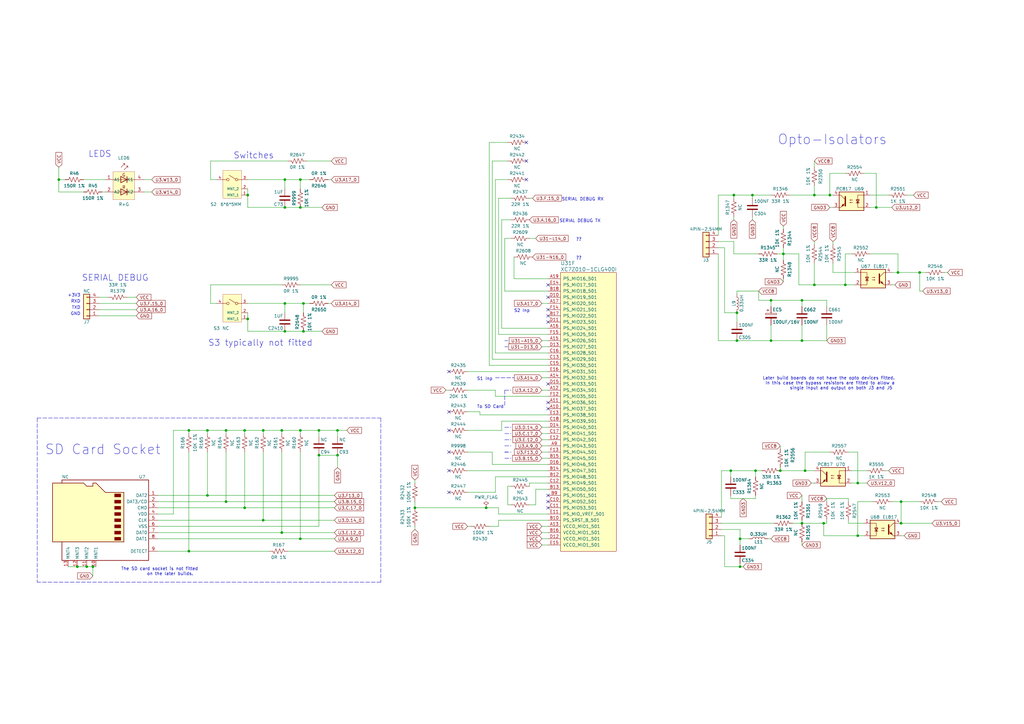
<source format=kicad_sch>
(kicad_sch (version 20230121) (generator eeschema)
  (paper "A3")
  (title_block (title "EBAZ4205 Schematic rebuild.") (date "2021-02-15") (rev "V004") (comment 1 "Some schematic symbols have been eeditted to clear DRC errors") (comment 2 "Extra PWR_FLAGS have been added to clear DRC errors") (comment 3 "Kicad does not allow refs like RxxxA some some devices have been renumbered"))
  (junction (at 24.13 73.66) (diameter 0.9144))
  (junction (at 77.47 226.06) (diameter 0.9144))
  (junction (at 115.57 218.44) (diameter 0.9144))
  (junction (at 85.09 176.53) (diameter 0.9144))
  (junction (at 115.57 176.53) (diameter 0.9144))
  (junction (at 138.43 186.69) (diameter 0.9144))
  (junction (at 116.84 124.46) (diameter 0.9144))
  (junction (at 130.81 186.69) (diameter 0.9144))
  (junction (at 320.04 193.04) (diameter 0.9144))
  (junction (at 369.57 214.63) (diameter 0.9144))
  (junction (at 300.99 80.01) (diameter 0.9144))
  (junction (at 123.19 85.09) (diameter 0.9144))
  (junction (at 107.95 213.36) (diameter 0.9144))
  (junction (at 368.3 111.76) (diameter 0.9144))
  (junction (at 303.53 232.41) (diameter 0.9144))
  (junction (at 170.18 208.28) (diameter 0.9144))
  (junction (at 328.93 123.19) (diameter 0.9144))
  (junction (at 330.2 193.04) (diameter 0.9144))
  (junction (at 328.93 214.63) (diameter 0.9144))
  (junction (at 303.53 220.98) (diameter 0.9144))
  (junction (at 123.19 73.66) (diameter 0.9144))
  (junction (at 130.81 176.53) (diameter 0.9144))
  (junction (at 116.84 73.66) (diameter 0.9144))
  (junction (at 101.6 130.81) (diameter 0.9144))
  (junction (at 328.93 139.7) (diameter 0.9144))
  (junction (at 124.46 135.89) (diameter 0.9144))
  (junction (at 299.72 193.04) (diameter 0.9144))
  (junction (at 77.47 176.53) (diameter 0.9144))
  (junction (at 100.33 176.53) (diameter 0.9144))
  (junction (at 35.56 232.41) (diameter 0.9144))
  (junction (at 316.23 139.7) (diameter 0.9144))
  (junction (at 334.01 116.84) (diameter 0.9144))
  (junction (at 124.46 124.46) (diameter 0.9144))
  (junction (at 334.01 80.01) (diameter 0.9144))
  (junction (at 123.19 220.98) (diameter 0.9144))
  (junction (at 138.43 176.53) (diameter 0.9144))
  (junction (at 302.26 128.27) (diameter 0.9144))
  (junction (at 92.71 176.53) (diameter 0.9144))
  (junction (at 199.39 208.28) (diameter 0.9144))
  (junction (at 351.79 219.71) (diameter 0.9144))
  (junction (at 116.84 135.89) (diameter 0.9144))
  (junction (at 321.31 104.14) (diameter 0.9144))
  (junction (at 107.95 176.53) (diameter 0.9144))
  (junction (at 340.36 80.01) (diameter 0.9144))
  (junction (at 116.84 85.09) (diameter 0.9144))
  (junction (at 101.6 80.01) (diameter 0.9144))
  (junction (at 359.41 85.09) (diameter 0.9144))
  (junction (at 85.09 203.2) (diameter 0.9144))
  (junction (at 302.26 139.7) (diameter 0.9144))
  (junction (at 337.82 214.63) (diameter 0.9144))
  (junction (at 369.57 205.74) (diameter 0.9144))
  (junction (at 316.23 123.19) (diameter 0.9144))
  (junction (at 308.61 80.01) (diameter 0.9144))
  (junction (at 377.19 111.76) (diameter 0.9144))
  (junction (at 100.33 208.28) (diameter 0.9144))
  (junction (at 309.88 193.04) (diameter 0.9144))
  (junction (at 346.71 116.84) (diameter 0.9144))
  (junction (at 92.71 205.74) (diameter 0.9144))
  (junction (at 351.79 198.12) (diameter 0.9144))
  (junction (at 31.75 232.41) (diameter 0.9144))
  (junction (at 123.19 176.53) (diameter 0.9144))
  (junction (at 38.1 232.41) (diameter 0.9144))
  (no_connect (at 224.79 167.64))
  (no_connect (at 215.9 66.04))
  (no_connect (at 224.79 121.92))
  (no_connect (at 224.79 208.28))
  (no_connect (at 215.9 58.42))
  (no_connect (at 224.79 116.84))
  (no_connect (at 224.79 205.74))
  (no_connect (at 215.9 73.66))
  (no_connect (at 184.15 193.04))
  (no_connect (at 224.79 203.2))
  (no_connect (at 224.79 157.48))
  (no_connect (at 224.79 129.54))
  (no_connect (at 184.15 176.53))
  (no_connect (at 184.15 201.93))
  (no_connect (at 184.15 152.4))
  (no_connect (at 184.15 185.42))
  (no_connect (at 224.79 165.1))
  (no_connect (at 224.79 127))
  (no_connect (at 224.79 132.08))
  (no_connect (at 184.15 168.91))
  (wire (pts (xy 116.84 135.89) (xy 124.46 135.89)))
  (wire (pts (xy 64.77 203.2) (xy 85.09 203.2)))
  (wire (pts (xy 64.77 220.98) (xy 123.19 220.98)))
  (wire (pts (xy 354.33 219.71) (xy 351.79 219.71)))
  (wire (pts (xy 303.53 220.98) (xy 303.53 223.52)))
  (wire (pts (xy 204.47 81.28) (xy 204.47 137.16)))
  (wire (pts (xy 118.11 226.06) (xy 137.16 226.06)))
  (wire (pts (xy 100.33 176.53) (xy 92.71 176.53)))
  (wire (pts (xy 316.23 123.19) (xy 316.23 125.73)))
  (wire (pts (xy 115.57 218.44) (xy 137.16 218.44)))
  (wire (pts (xy 92.71 205.74) (xy 137.16 205.74)))
  (wire (pts (xy 40.64 127) (xy 55.88 127)))
  (polyline (pts (xy 207.01 185.42) (xy 209.55 185.42)) (stroke (width 0) (type dash)))
  (wire (pts (xy 222.25 185.42) (xy 224.79 185.42)))
  (wire (pts (xy 92.71 176.53) (xy 85.09 176.53)))
  (wire (pts (xy 318.77 104.14) (xy 321.31 104.14)))
  (wire (pts (xy 339.09 213.36) (xy 339.09 214.63)))
  (wire (pts (xy 203.2 162.56) (xy 224.79 162.56)))
  (wire (pts (xy 24.13 73.66) (xy 24.13 78.74)))
  (wire (pts (xy 191.77 152.4) (xy 224.79 152.4)))
  (wire (pts (xy 118.11 66.04) (xy 86.36 66.04)))
  (wire (pts (xy 321.31 114.3) (xy 321.31 115.57)))
  (wire (pts (xy 328.93 213.36) (xy 328.93 214.63)))
  (wire (pts (xy 86.36 116.84) (xy 86.36 124.46)))
  (wire (pts (xy 203.2 160.02) (xy 203.2 162.56)))
  (wire (pts (xy 123.19 73.66) (xy 123.19 77.47)))
  (polyline (pts (xy 207.01 142.24) (xy 208.28 142.24)) (stroke (width 0) (type dash)))
  (polyline (pts (xy 15.24 171.45) (xy 15.24 238.76)) (stroke (width 0) (type dash)))
  (wire (pts (xy 294.64 139.7) (xy 302.26 139.7)))
  (wire (pts (xy 222.25 182.88) (xy 224.79 182.88)))
  (wire (pts (xy 201.93 147.32) (xy 201.93 66.04)))
  (wire (pts (xy 316.23 133.35) (xy 316.23 139.7)))
  (wire (pts (xy 200.66 149.86) (xy 224.79 149.86)))
  (wire (pts (xy 295.91 214.63) (xy 317.5 214.63)))
  (wire (pts (xy 35.56 232.41) (xy 38.1 232.41)))
  (wire (pts (xy 142.24 176.53) (xy 138.43 176.53)))
  (wire (pts (xy 341.63 99.06) (xy 341.63 100.33)))
  (wire (pts (xy 115.57 176.53) (xy 107.95 176.53)))
  (wire (pts (xy 294.64 80.01) (xy 294.64 96.52)))
  (wire (pts (xy 107.95 185.42) (xy 107.95 213.36)))
  (wire (pts (xy 369.57 214.63) (xy 382.27 214.63)))
  (wire (pts (xy 196.85 170.18) (xy 224.79 170.18)))
  (wire (pts (xy 302.26 128.27) (xy 302.26 132.08)))
  (wire (pts (xy 101.6 135.89) (xy 116.84 135.89)))
  (wire (pts (xy 294.64 104.14) (xy 294.64 139.7)))
  (wire (pts (xy 351.79 185.42) (xy 351.79 198.12)))
  (wire (pts (xy 209.55 97.79) (xy 207.01 97.79)))
  (wire (pts (xy 134.62 73.66) (xy 135.89 73.66)))
  (wire (pts (xy 308.61 80.01) (xy 300.99 80.01)))
  (wire (pts (xy 321.31 101.6) (xy 321.31 104.14)))
  (wire (pts (xy 384.81 205.74) (xy 386.08 205.74)))
  (wire (pts (xy 222.25 142.24) (xy 224.79 142.24)))
  (wire (pts (xy 346.71 104.14) (xy 346.71 116.84)))
  (wire (pts (xy 59.055 73.66) (xy 62.23 73.66)))
  (wire (pts (xy 321.31 104.14) (xy 327.66 104.14)))
  (wire (pts (xy 309.88 204.47) (xy 299.72 204.47)))
  (wire (pts (xy 346.71 71.12) (xy 340.36 71.12)))
  (wire (pts (xy 38.1 232.41) (xy 38.1 236.22)))
  (wire (pts (xy 328.93 123.19) (xy 316.23 123.19)))
  (wire (pts (xy 209.55 81.28) (xy 204.47 81.28)))
  (wire (pts (xy 101.6 77.47) (xy 101.6 80.01)))
  (wire (pts (xy 300.99 104.14) (xy 311.15 104.14)))
  (wire (pts (xy 321.31 92.71) (xy 321.31 93.98)))
  (wire (pts (xy 64.77 226.06) (xy 77.47 226.06)))
  (wire (pts (xy 170.18 205.74) (xy 170.18 208.28)))
  (wire (pts (xy 101.6 85.09) (xy 116.84 85.09)))
  (wire (pts (xy 85.09 185.42) (xy 85.09 203.2)))
  (polyline (pts (xy 207.01 175.26) (xy 209.55 175.26)) (stroke (width 0) (type dash)))
  (wire (pts (xy 311.15 119.38) (xy 302.26 119.38)))
  (wire (pts (xy 299.72 204.47) (xy 299.72 203.2)))
  (wire (pts (xy 311.15 123.19) (xy 311.15 119.38)))
  (wire (pts (xy 203.2 195.58) (xy 203.2 201.93)))
  (wire (pts (xy 369.57 205.74) (xy 377.19 205.74)))
  (wire (pts (xy 59.055 78.74) (xy 62.23 78.74)))
  (wire (pts (xy 64.77 213.36) (xy 107.95 213.36)))
  (wire (pts (xy 201.93 66.04) (xy 208.28 66.04)))
  (wire (pts (xy 199.39 208.28) (xy 170.18 208.28)))
  (wire (pts (xy 40.64 121.92) (xy 44.45 121.92)))
  (wire (pts (xy 100.33 208.28) (xy 137.16 208.28)))
  (wire (pts (xy 86.36 73.66) (xy 88.9 73.66)))
  (wire (pts (xy 124.46 124.46) (xy 124.46 128.27)))
  (wire (pts (xy 309.88 193.04) (xy 309.88 195.58)))
  (wire (pts (xy 328.93 123.19) (xy 328.93 125.73)))
  (wire (pts (xy 347.98 204.47) (xy 347.98 205.74)))
  (wire (pts (xy 372.11 80.01) (xy 374.65 80.01)))
  (wire (pts (xy 320.04 191.77) (xy 320.04 193.04)))
  (wire (pts (xy 92.71 185.42) (xy 92.71 205.74)))
  (wire (pts (xy 35.56 232.41) (xy 31.75 232.41)))
  (wire (pts (xy 339.09 123.19) (xy 328.93 123.19)))
  (wire (pts (xy 115.57 116.84) (xy 86.36 116.84)))
  (wire (pts (xy 204.47 137.16) (xy 224.79 137.16)))
  (wire (pts (xy 86.36 124.46) (xy 88.9 124.46)))
  (wire (pts (xy 222.25 139.7) (xy 224.79 139.7)))
  (polyline (pts (xy 156.21 171.45) (xy 156.21 238.76)) (stroke (width 0) (type dash)))
  (wire (pts (xy 219.71 200.66) (xy 219.71 207.07)))
  (wire (pts (xy 316.23 80.01) (xy 308.61 80.01)))
  (wire (pts (xy 77.47 176.53) (xy 71.12 176.53)))
  (wire (pts (xy 334.01 107.95) (xy 334.01 116.84)))
  (polyline (pts (xy 15.24 171.45) (xy 156.21 171.45)) (stroke (width 0) (type dash)))
  (wire (pts (xy 124.46 135.89) (xy 132.08 135.89)))
  (wire (pts (xy 337.82 219.71) (xy 337.82 214.63)))
  (wire (pts (xy 347.98 185.42) (xy 351.79 185.42)))
  (wire (pts (xy 138.43 186.69) (xy 138.43 191.77)))
  (wire (pts (xy 369.57 219.71) (xy 370.84 219.71)))
  (wire (pts (xy 340.36 80.01) (xy 341.63 80.01)))
  (wire (pts (xy 294.64 101.6) (xy 297.18 101.6)))
  (wire (pts (xy 303.53 232.41) (xy 304.8 232.41)))
  (wire (pts (xy 217.17 81.28) (xy 218.44 81.28)))
  (wire (pts (xy 299.72 193.04) (xy 299.72 195.58)))
  (wire (pts (xy 295.91 217.17) (xy 303.53 217.17)))
  (wire (pts (xy 196.85 168.91) (xy 191.77 168.91)))
  (wire (pts (xy 124.46 124.46) (xy 127 124.46)))
  (wire (pts (xy 205.74 134.62) (xy 224.79 134.62)))
  (wire (pts (xy 77.47 176.53) (xy 77.47 177.8)))
  (wire (pts (xy 207.01 119.38) (xy 224.79 119.38)))
  (wire (pts (xy 209.55 207.07) (xy 208.28 207.07)))
  (polyline (pts (xy 207.01 180.34) (xy 209.55 180.34)) (stroke (width 0) (type dash)))
  (wire (pts (xy 77.47 226.06) (xy 110.49 226.06)))
  (wire (pts (xy 101.6 130.81) (xy 101.6 135.89)))
  (wire (pts (xy 339.09 133.35) (xy 339.09 139.7)))
  (wire (pts (xy 123.19 85.09) (xy 116.84 85.09)))
  (wire (pts (xy 222.25 187.96) (xy 224.79 187.96)))
  (wire (pts (xy 303.53 231.14) (xy 303.53 232.41)))
  (wire (pts (xy 205.74 134.62) (xy 205.74 90.17)))
  (wire (pts (xy 217.17 198.12) (xy 224.79 198.12)))
  (wire (pts (xy 327.66 116.84) (xy 334.01 116.84)))
  (wire (pts (xy 303.53 217.17) (xy 303.53 220.98)))
  (wire (pts (xy 134.62 124.46) (xy 135.89 124.46)))
  (wire (pts (xy 351.79 198.12) (xy 355.6 198.12)))
  (wire (pts (xy 205.74 172.72) (xy 224.79 172.72)))
  (wire (pts (xy 346.71 116.84) (xy 350.52 116.84)))
  (wire (pts (xy 377.19 111.76) (xy 377.19 119.38)))
  (wire (pts (xy 208.28 73.66) (xy 203.2 73.66)))
  (wire (pts (xy 77.47 185.42) (xy 77.47 226.06)))
  (wire (pts (xy 85.09 176.53) (xy 85.09 177.8)))
  (wire (pts (xy 334.01 80.01) (xy 340.36 80.01)))
  (wire (pts (xy 297.18 232.41) (xy 297.18 219.71)))
  (wire (pts (xy 55.88 129.54) (xy 40.64 129.54)))
  (wire (pts (xy 300.99 80.01) (xy 294.64 80.01)))
  (wire (pts (xy 107.95 176.53) (xy 100.33 176.53)))
  (wire (pts (xy 204.47 210.82) (xy 224.79 210.82)))
  (wire (pts (xy 191.77 215.9) (xy 193.04 215.9)))
  (wire (pts (xy 351.79 205.74) (xy 351.79 219.71)))
  (wire (pts (xy 130.81 176.53) (xy 123.19 176.53)))
  (wire (pts (xy 203.2 195.58) (xy 224.79 195.58)))
  (polyline (pts (xy 156.21 238.76) (xy 15.24 238.76)) (stroke (width 0) (type dash)))
  (wire (pts (xy 308.61 88.9) (xy 308.61 90.17)))
  (polyline (pts (xy 207.01 160.02) (xy 207.01 166.37)) (stroke (width 0) (type dash)))
  (wire (pts (xy 341.63 111.76) (xy 350.52 111.76)))
  (wire (pts (xy 34.29 73.66) (xy 43.18 73.66)))
  (wire (pts (xy 325.12 214.63) (xy 328.93 214.63)))
  (wire (pts (xy 358.14 205.74) (xy 351.79 205.74)))
  (wire (pts (xy 100.33 185.42) (xy 100.33 208.28)))
  (wire (pts (xy 107.95 176.53) (xy 107.95 177.8)))
  (polyline (pts (xy 207.01 187.96) (xy 209.55 187.96)) (stroke (width 0) (type dash)))
  (wire (pts (xy 328.93 133.35) (xy 328.93 139.7)))
  (wire (pts (xy 191.77 185.42) (xy 201.93 185.42)))
  (wire (pts (xy 201.93 147.32) (xy 224.79 147.32)))
  (wire (pts (xy 210.82 114.3) (xy 224.79 114.3)))
  (wire (pts (xy 116.84 73.66) (xy 116.84 77.47)))
  (wire (pts (xy 356.87 104.14) (xy 368.3 104.14)))
  (wire (pts (xy 207.01 97.79) (xy 207.01 119.38)))
  (wire (pts (xy 295.91 193.04) (xy 299.72 193.04)))
  (wire (pts (xy 64.77 210.82) (xy 71.12 210.82)))
  (wire (pts (xy 204.47 213.36) (xy 204.47 215.9)))
  (wire (pts (xy 92.71 205.74) (xy 64.77 205.74)))
  (wire (pts (xy 363.22 193.04) (xy 364.49 193.04)))
  (wire (pts (xy 359.41 85.09) (xy 356.87 85.09)))
  (wire (pts (xy 222.25 218.44) (xy 224.79 218.44)))
  (polyline (pts (xy 207.01 182.88) (xy 209.55 182.88)) (stroke (width 0) (type dash)))
  (wire (pts (xy 101.6 80.01) (xy 101.6 85.09)))
  (wire (pts (xy 351.79 219.71) (xy 337.82 219.71)))
  (wire (pts (xy 222.25 215.9) (xy 224.79 215.9)))
  (wire (pts (xy 182.88 160.02) (xy 184.15 160.02)))
  (wire (pts (xy 309.88 203.2) (xy 309.88 204.47)))
  (wire (pts (xy 123.19 73.66) (xy 116.84 73.66)))
  (wire (pts (xy 309.88 193.04) (xy 312.42 193.04)))
  (wire (pts (xy 40.64 124.46) (xy 55.88 124.46)))
  (wire (pts (xy 294.64 99.06) (xy 300.99 99.06)))
  (wire (pts (xy 41.91 78.74) (xy 43.18 78.74)))
  (wire (pts (xy 217.17 97.79) (xy 219.71 97.79)))
  (wire (pts (xy 300.99 99.06) (xy 300.99 104.14)))
  (wire (pts (xy 27.94 232.41) (xy 31.75 232.41)))
  (wire (pts (xy 101.6 73.66) (xy 116.84 73.66)))
  (wire (pts (xy 138.43 176.53) (xy 130.81 176.53)))
  (wire (pts (xy 24.13 73.66) (xy 26.67 73.66)))
  (wire (pts (xy 320.04 182.88) (xy 320.04 184.15)))
  (wire (pts (xy 123.19 73.66) (xy 127 73.66)))
  (wire (pts (xy 327.66 104.14) (xy 327.66 116.84)))
  (wire (pts (xy 138.43 176.53) (xy 138.43 179.07)))
  (wire (pts (xy 303.53 220.98) (xy 307.34 220.98)))
  (wire (pts (xy 354.33 71.12) (xy 359.41 71.12)))
  (wire (pts (xy 209.55 199.39) (xy 208.28 199.39)))
  (wire (pts (xy 334.01 66.04) (xy 334.01 68.58)))
  (wire (pts (xy 101.6 128.27) (xy 101.6 130.81)))
  (wire (pts (xy 170.18 217.17) (xy 170.18 215.9)))
  (wire (pts (xy 387.35 111.76) (xy 388.62 111.76)))
  (wire (pts (xy 38.1 232.41) (xy 39.37 232.41)))
  (wire (pts (xy 321.31 104.14) (xy 321.31 106.68)))
  (wire (pts (xy 330.2 193.04) (xy 334.01 193.04)))
  (wire (pts (xy 115.57 185.42) (xy 115.57 218.44)))
  (polyline (pts (xy 207.01 160.02) (xy 209.55 160.02)) (stroke (width 0) (type dash)))
  (wire (pts (xy 302.26 119.38) (xy 302.26 120.65)))
  (wire (pts (xy 300.99 88.9) (xy 300.99 90.17)))
  (wire (pts (xy 200.66 58.42) (xy 200.66 149.86)))
  (wire (pts (xy 297.18 232.41) (xy 303.53 232.41)))
  (wire (pts (xy 204.47 210.82) (xy 204.47 208.28)))
  (wire (pts (xy 377.19 111.76) (xy 379.73 111.76)))
  (wire (pts (xy 323.85 80.01) (xy 334.01 80.01)))
  (wire (pts (xy 340.36 85.09) (xy 341.63 85.09)))
  (wire (pts (xy 222.25 223.52) (xy 224.79 223.52)))
  (wire (pts (xy 328.93 214.63) (xy 337.82 214.63)))
  (wire (pts (xy 359.41 71.12) (xy 359.41 85.09)))
  (wire (pts (xy 125.73 66.04) (xy 135.89 66.04)))
  (wire (pts (xy 330.2 193.04) (xy 320.04 193.04)))
  (wire (pts (xy 365.76 111.76) (xy 368.3 111.76)))
  (wire (pts (xy 328.93 139.7) (xy 316.23 139.7)))
  (wire (pts (xy 64.77 208.28) (xy 100.33 208.28)))
  (wire (pts (xy 340.36 71.12) (xy 340.36 80.01)))
  (polyline (pts (xy 207.01 139.7) (xy 208.28 139.7)) (stroke (width 0) (type dash)))
  (wire (pts (xy 85.09 176.53) (xy 77.47 176.53)))
  (wire (pts (xy 297.18 128.27) (xy 302.26 128.27)))
  (wire (pts (xy 200.66 215.9) (xy 204.47 215.9)))
  (wire (pts (xy 356.87 80.01) (xy 364.49 80.01)))
  (wire (pts (xy 222.25 180.34) (xy 224.79 180.34)))
  (wire (pts (xy 339.09 139.7) (xy 328.93 139.7)))
  (wire (pts (xy 219.71 200.66) (xy 224.79 200.66)))
  (wire (pts (xy 203.2 201.93) (xy 191.77 201.93)))
  (wire (pts (xy 330.2 185.42) (xy 330.2 193.04)))
  (wire (pts (xy 340.36 185.42) (xy 330.2 185.42)))
  (wire (pts (xy 222.25 160.02) (xy 224.79 160.02)))
  (wire (pts (xy 208.28 199.39) (xy 208.28 207.07)))
  (wire (pts (xy 334.01 76.2) (xy 334.01 80.01)))
  (wire (pts (xy 123.19 176.53) (xy 115.57 176.53)))
  (wire (pts (xy 208.28 58.42) (xy 200.66 58.42)))
  (wire (pts (xy 203.2 144.78) (xy 224.79 144.78)))
  (wire (pts (xy 123.19 116.84) (xy 135.89 116.84)))
  (wire (pts (xy 368.3 104.14) (xy 368.3 111.76)))
  (polyline (pts (xy 207.01 177.8) (xy 209.55 177.8)) (stroke (width 0) (type dash)))
  (wire (pts (xy 349.25 104.14) (xy 346.71 104.14)))
  (wire (pts (xy 124.46 124.46) (xy 116.84 124.46)))
  (wire (pts (xy 339.09 214.63) (xy 337.82 214.63)))
  (wire (pts (xy 332.74 198.12) (xy 334.01 198.12)))
  (wire (pts (xy 130.81 215.9) (xy 64.77 215.9)))
  (wire (pts (xy 210.82 105.41) (xy 210.82 114.3)))
  (wire (pts (xy 123.19 220.98) (xy 137.16 220.98)))
  (wire (pts (xy 334.01 99.06) (xy 334.01 100.33)))
  (wire (pts (xy 201.93 190.5) (xy 224.79 190.5)))
  (wire (pts (xy 130.81 186.69) (xy 130.81 215.9)))
  (wire (pts (xy 219.71 207.07) (xy 217.17 207.07)))
  (wire (pts (xy 205.74 90.17) (xy 209.55 90.17)))
  (wire (pts (xy 339.09 204.47) (xy 347.98 204.47)))
  (wire (pts (xy 205.74 176.53) (xy 191.77 176.53)))
  (wire (pts (xy 85.09 203.2) (xy 137.16 203.2)))
  (wire (pts (xy 107.95 213.36) (xy 137.16 213.36)))
  (wire (pts (xy 115.57 176.53) (xy 115.57 177.8)))
  (polyline (pts (xy 207.01 185.42) (xy 208.28 185.42)) (stroke (width 0) (type dash)))
  (wire (pts (xy 101.6 124.46) (xy 116.84 124.46)))
  (wire (pts (xy 92.71 176.53) (xy 92.71 177.8)))
  (wire (pts (xy 378.46 119.38) (xy 377.19 119.38)))
  (wire (pts (xy 222.25 175.26) (xy 224.79 175.26)))
  (wire (pts (xy 339.09 204.47) (xy 339.09 205.74)))
  (wire (pts (xy 123.19 85.09) (xy 132.08 85.09)))
  (wire (pts (xy 116.84 124.46) (xy 116.84 128.27)))
  (wire (pts (xy 308.61 80.01) (xy 308.61 81.28)))
  (wire (pts (xy 201.93 185.42) (xy 201.93 190.5)))
  (wire (pts (xy 365.76 116.84) (xy 367.03 116.84)))
  (wire (pts (xy 297.18 219.71) (xy 295.91 219.71)))
  (wire (pts (xy 123.19 176.53) (xy 123.19 177.8)))
  (wire (pts (xy 71.12 176.53) (xy 71.12 210.82)))
  (wire (pts (xy 369.57 205.74) (xy 369.57 214.63)))
  (wire (pts (xy 100.33 176.53) (xy 100.33 177.8)))
  (wire (pts (xy 359.41 85.09) (xy 365.76 85.09)))
  (wire (pts (xy 339.09 125.73) (xy 339.09 123.19)))
  (wire (pts (xy 314.96 220.98) (xy 316.23 220.98)))
  (wire (pts (xy 222.25 220.98) (xy 224.79 220.98)))
  (wire (pts (xy 347.98 214.63) (xy 354.33 214.63)))
  (wire (pts (xy 204.47 208.28) (xy 199.39 208.28)))
  (polyline (pts (xy 203.2 154.94) (xy 210.82 154.94)) (stroke (width 0) (type dash)))
  (wire (pts (xy 191.77 193.04) (xy 224.79 193.04)))
  (wire (pts (xy 316.23 123.19) (xy 311.15 123.19)))
  (wire (pts (xy 86.36 66.04) (xy 86.36 73.66)))
  (wire (pts (xy 222.25 124.46) (xy 224.79 124.46)))
  (wire (pts (xy 309.88 193.04) (xy 299.72 193.04)))
  (wire (pts (xy 205.74 172.72) (xy 205.74 176.53)))
  (wire (pts (xy 196.85 170.18) (xy 196.85 168.91)))
  (wire (pts (xy 334.01 116.84) (xy 346.71 116.84)))
  (wire (pts (xy 222.25 177.8) (xy 224.79 177.8)))
  (wire (pts (xy 349.25 198.12) (xy 351.79 198.12)))
  (wire (pts (xy 316.23 139.7) (xy 302.26 139.7)))
  (wire (pts (xy 295.91 212.09) (xy 295.91 193.04)))
  (wire (pts (xy 203.2 73.66) (xy 203.2 144.78)))
  (wire (pts (xy 222.25 154.94) (xy 224.79 154.94)))
  (wire (pts (xy 328.93 222.25) (xy 328.93 223.52)))
  (wire (pts (xy 170.18 196.85) (xy 170.18 198.12)))
  (wire (pts (xy 328.93 203.2) (xy 328.93 205.74)))
  (wire (pts (xy 64.77 218.44) (xy 115.57 218.44)))
  (wire (pts (xy 365.76 205.74) (xy 369.57 205.74)))
  (wire (pts (xy 300.99 80.01) (xy 300.99 81.28)))
  (wire (pts (xy 138.43 186.69) (xy 130.81 186.69)))
  (wire (pts (xy 24.13 78.74) (xy 34.29 78.74)))
  (wire (pts (xy 204.47 213.36) (xy 224.79 213.36)))
  (wire (pts (xy 349.25 193.04) (xy 355.6 193.04)))
  (wire (pts (xy 52.07 121.92) (xy 55.88 121.92)))
  (wire (pts (xy 123.19 185.42) (xy 123.19 220.98)))
  (wire (pts (xy 217.17 198.12) (xy 217.17 199.39)))
  (wire (pts (xy 297.18 128.27) (xy 297.18 101.6)))
  (wire (pts (xy 191.77 160.02) (xy 203.2 160.02)))
  (wire (pts (xy 130.81 176.53) (xy 130.81 179.07)))
  (wire (pts (xy 347.98 213.36) (xy 347.98 214.63)))
  (wire (pts (xy 368.3 111.76) (xy 377.19 111.76)))
  (wire (pts (xy 24.13 68.58) (xy 24.13 73.66)))
  (wire (pts (xy 341.63 107.95) (xy 341.63 111.76)))
  (text "Switches" (at 112.395 65.375 0) (effects (font (size 2.54 2.54)) (justify right bottom)))
  (text "SERIAL DEBUG RX" (at 247.65 82.55 0) (effects (font (size 1.27 1.27)) (justify right bottom)))
  (text "SERIAL DEBUG" (at 60.96 115.57 0) (effects (font (size 2.54 2.54)) (justify right bottom)))
  (text "S3 typically not fitted" (at 128.27 142.24 0) (effects (font (size 2.54 2.54)) (justify right bottom)))
  (text "??" (at 236.22 99.06 0) (effects (font (size 1.27 1.27)) (justify left bottom)))
  (text "SD Card Socket" (at 18.415 186.855 0) (effects (font (size 4 4)) (justify left bottom)))
  (text "Opto-Isolators" (at 363.855 59.705 0) (effects (font (size 4 4)) (justify right bottom)))
  (text "S2 Inp" (at 210.82 128.27 0) (effects (font (size 1.27 1.27)) (justify left bottom)))
  (text "S1 Inp" (at 195.58 156.21 0) (effects (font (size 1.27 1.27)) (justify left bottom)))
  (text "To SD Card" (at 195.58 167.64 0) (effects (font (size 1.27 1.27)) (justify left bottom)))
  (text "??" (at 236.22 106.68 0) (effects (font (size 1.27 1.27)) (justify left bottom)))
  (text "SERIAL DEBUG TX\n" (at 246.38 91.44 0) (effects (font (size 1.27 1.27)) (justify right bottom)))
  (text "Later build boards do not have the opto devices fitted.\nIn this case the bypass resistors are fitted to allow a\nsingle input and output on both J3 and J5 " (at 367.03 160.02 0) (effects (font (size 1.27 1.27)) (justify right bottom)))
  (text "GND" (at 33.02 129.54 0) (effects (font (size 1.27 1.27)) (justify right bottom)))
  (text "+3V3" (at 33.02 121.92 0) (effects (font (size 1.27 1.27)) (justify right bottom)))
  (text "RXD" (at 33.02 124.46 0) (effects (font (size 1.27 1.27)) (justify right bottom)))
  (text "The SD card socket is not fitted\non the later builds.  " (at 81.28 236.22 0) (effects (font (size 1.27 1.27)) (justify right bottom)))
  (text "LEDS" (at 45.72 64.77 0) (effects (font (size 2.54 2.54)) (justify right bottom)))
  (text "TXD" (at 33.02 127 0) (effects (font (size 1.27 1.27)) (justify right bottom)))
  (global_label "U3.U12_0" (shape input) (at 365.76 85.09 0) (property "Intersheetrefs" "${INTERSHEET_REFS}" (effects hide)))
  (global_label "U3.F.15_0" (shape input) (at 218.44 81.28 0) (property "Intersheetrefs" "${INTERSHEET_REFS}" (effects hide)))
  (global_label "U3.A17_0" (shape input) (at 135.89 73.66 0) (property "Intersheetrefs" "${INTERSHEET_REFS}" (effects hide)))
  (global_label "U31-N16_0" (shape input) (at 218.44 105.41 0) (property "Intersheetrefs" "${INTERSHEET_REFS}" (effects hide)))
  (global_label "VCC8" (shape input) (at 341.63 99.06 90) (property "Intersheetrefs" "${INTERSHEET_REFS}" (effects hide)))
  (global_label "VCC" (shape input) (at 182.88 160.02 180) (property "Intersheetrefs" "${INTERSHEET_REFS}" (effects hide)))
  (global_label "GND3" (shape input) (at 308.61 90.17 270) (property "Intersheetrefs" "${INTERSHEET_REFS}" (effects hide)))
  (global_label "VCC" (shape input) (at 24.13 68.58 90) (property "Intersheetrefs" "${INTERSHEET_REFS}" (effects hide)))
  (global_label "U3.B.15_0" (shape input) (at 137.16 205.74 0) (property "Intersheetrefs" "${INTERSHEET_REFS}" (effects hide)))
  (global_label "U3.W14_0" (shape input) (at 62.23 78.74 0) (property "Intersheetrefs" "${INTERSHEET_REFS}" (effects hide)))
  (global_label "VCC8" (shape input) (at 311.15 119.38 0) (property "Intersheetrefs" "${INTERSHEET_REFS}" (effects hide)))
  (global_label "U3.E.12_0" (shape input) (at 222.25 180.34 180) (property "Intersheetrefs" "${INTERSHEET_REFS}" (effects hide)))
  (global_label "U3.A14_0" (shape input) (at 135.89 124.46 0) (property "Intersheetrefs" "${INTERSHEET_REFS}" (effects hide)))
  (global_label "GND3" (shape input) (at 304.8 232.41 0) (property "Intersheetrefs" "${INTERSHEET_REFS}" (effects hide)))
  (global_label "VCC" (shape input) (at 135.89 116.84 0) (property "Intersheetrefs" "${INTERSHEET_REFS}" (effects hide)))
  (global_label "U3.D.14_0" (shape input) (at 137.16 213.36 0) (property "Intersheetrefs" "${INTERSHEET_REFS}" (effects hide)))
  (global_label "GND3" (shape input) (at 339.09 139.7 0) (property "Intersheetrefs" "${INTERSHEET_REFS}" (effects hide)))
  (global_label "GND" (shape input) (at 370.84 219.71 0) (property "Intersheetrefs" "${INTERSHEET_REFS}" (effects hide)))
  (global_label "GND" (shape input) (at 132.08 135.89 0) (property "Intersheetrefs" "${INTERSHEET_REFS}" (effects hide)))
  (global_label "U3.A.9_0" (shape input) (at 222.25 182.88 180) (property "Intersheetrefs" "${INTERSHEET_REFS}" (effects hide)))
  (global_label "U3.D.14_0" (shape input) (at 222.25 175.26 180) (property "Intersheetrefs" "${INTERSHEET_REFS}" (effects hide)))
  (global_label "GND" (shape input) (at 55.88 129.54 0) (property "Intersheetrefs" "${INTERSHEET_REFS}" (effects hide)))
  (global_label "VCC" (shape input) (at 374.65 80.01 0) (property "Intersheetrefs" "${INTERSHEET_REFS}" (effects hide)))
  (global_label "VCC" (shape input) (at 222.25 220.98 180) (property "Intersheetrefs" "${INTERSHEET_REFS}" (effects hide)))
  (global_label "VCC" (shape input) (at 222.25 223.52 180) (property "Intersheetrefs" "${INTERSHEET_REFS}" (effects hide)))
  (global_label "U3.W13_0" (shape input) (at 62.23 73.66 0) (property "Intersheetrefs" "${INTERSHEET_REFS}" (effects hide)))
  (global_label "U3.F13_0" (shape input) (at 137.16 203.2 0) (property "Intersheetrefs" "${INTERSHEET_REFS}" (effects hide)))
  (global_label "U3.A.12_0" (shape input) (at 137.16 226.06 0) (property "Intersheetrefs" "${INTERSHEET_REFS}" (effects hide)))
  (global_label "GND" (shape input) (at 38.1 236.22 180) (property "Intersheetrefs" "${INTERSHEET_REFS}" (effects hide)))
  (global_label "VCC" (shape input) (at 321.31 92.71 90) (property "Intersheetrefs" "${INTERSHEET_REFS}" (effects hide)))
  (global_label "VCC" (shape input) (at 386.08 205.74 0) (property "Intersheetrefs" "${INTERSHEET_REFS}" (effects hide)))
  (global_label "U3.A.16_0" (shape input) (at 217.17 90.17 0) (property "Intersheetrefs" "${INTERSHEET_REFS}" (effects hide)))
  (global_label "U3.A.9_0" (shape input) (at 137.16 220.98 0) (property "Intersheetrefs" "${INTERSHEET_REFS}" (effects hide)))
  (global_label "GND" (shape input) (at 170.18 217.17 270) (property "Intersheetrefs" "${INTERSHEET_REFS}" (effects hide)))
  (global_label "VCC" (shape input) (at 222.25 215.9 180) (property "Intersheetrefs" "${INTERSHEET_REFS}" (effects hide)))
  (global_label "GND3" (shape input) (at 340.36 85.09 180) (property "Intersheetrefs" "${INTERSHEET_REFS}" (effects hide)))
  (global_label "GND" (shape input) (at 367.03 116.84 0) (property "Intersheetrefs" "${INTERSHEET_REFS}" (effects hide)))
  (global_label "VCC8" (shape input) (at 334.01 99.06 90) (property "Intersheetrefs" "${INTERSHEET_REFS}" (effects hide)))
  (global_label "U31-A15_0" (shape input) (at 222.25 139.7 180) (property "Intersheetrefs" "${INTERSHEET_REFS}" (effects hide)))
  (global_label "VCC" (shape input) (at 328.93 203.2 180) (property "Intersheetrefs" "${INTERSHEET_REFS}" (effects hide)))
  (global_label "VCC" (shape input) (at 135.89 66.04 0) (property "Intersheetrefs" "${INTERSHEET_REFS}" (effects hide)))
  (global_label "GND" (shape input) (at 138.43 191.77 270) (property "Intersheetrefs" "${INTERSHEET_REFS}" (effects hide)))
  (global_label "GND3" (shape input) (at 332.74 198.12 180) (property "Intersheetrefs" "${INTERSHEET_REFS}" (effects hide)))
  (global_label "U3.F.15_0" (shape input) (at 55.88 124.46 0) (property "Intersheetrefs" "${INTERSHEET_REFS}" (effects hide)))
  (global_label "GND3" (shape input) (at 328.93 223.52 0) (property "Intersheetrefs" "${INTERSHEET_REFS}" (effects hide)))
  (global_label "U3.A17_0" (shape input) (at 222.25 124.46 180) (property "Intersheetrefs" "${INTERSHEET_REFS}" (effects hide)))
  (global_label "GND3" (shape input) (at 300.99 90.17 270) (property "Intersheetrefs" "${INTERSHEET_REFS}" (effects hide)))
  (global_label "U3.V12_0" (shape input) (at 355.6 198.12 0) (property "Intersheetrefs" "${INTERSHEET_REFS}" (effects hide)))
  (global_label "VCC" (shape input) (at 170.18 196.85 90) (property "Intersheetrefs" "${INTERSHEET_REFS}" (effects hide)))
  (global_label "U3.V15_0" (shape input) (at 382.27 214.63 0) (property "Intersheetrefs" "${INTERSHEET_REFS}" (effects hide)))
  (global_label "U3.A.12_0" (shape input) (at 222.25 160.02 180) (property "Intersheetrefs" "${INTERSHEET_REFS}" (effects hide)))
  (global_label "VCC8" (shape input) (at 339.09 204.47 180) (property "Intersheetrefs" "${INTERSHEET_REFS}" (effects hide)))
  (global_label "GND3" (shape input) (at 321.31 115.57 180) (property "Intersheetrefs" "${INTERSHEET_REFS}" (effects hide)))
  (global_label "VCC8" (shape input) (at 316.23 220.98 0) (property "Intersheetrefs" "${INTERSHEET_REFS}" (effects hide)))
  (global_label "GND3" (shape input) (at 304.8 204.47 270) (property "Intersheetrefs" "${INTERSHEET_REFS}" (effects hide)))
  (global_label "U3.C.17_0" (shape input) (at 222.25 177.8 180) (property "Intersheetrefs" "${INTERSHEET_REFS}" (effects hide)))
  (global_label "GND" (shape input) (at 132.08 85.09 0) (property "Intersheetrefs" "${INTERSHEET_REFS}" (effects hide)))
  (global_label "VCC" (shape input) (at 364.49 193.04 0) (property "Intersheetrefs" "${INTERSHEET_REFS}" (effects hide)))
  (global_label "VCC" (shape input) (at 222.25 218.44 180) (property "Intersheetrefs" "${INTERSHEET_REFS}" (effects hide)))
  (global_label "U3.A14_0" (shape input) (at 222.25 154.94 180) (property "Intersheetrefs" "${INTERSHEET_REFS}" (effects hide)))
  (global_label "VCC8" (shape input) (at 334.01 66.04 0) (property "Intersheetrefs" "${INTERSHEET_REFS}" (effects hide)))
  (global_label "U31-L14_0" (shape input) (at 219.71 97.79 0) (property "Intersheetrefs" "${INTERSHEET_REFS}" (effects hide)))
  (global_label "U3.A.16_0" (shape input) (at 55.88 127 0) (property "Intersheetrefs" "${INTERSHEET_REFS}" (effects hide)))
  (global_label "VCC" (shape input) (at 388.62 111.76 0) (property "Intersheetrefs" "${INTERSHEET_REFS}" (effects hide)))
  (global_label "U31-D13_0" (shape input) (at 222.25 142.24 180) (property "Intersheetrefs" "${INTERSHEET_REFS}" (effects hide)))
  (global_label "VCC" (shape input) (at 191.77 215.9 180) (property "Intersheetrefs" "${INTERSHEET_REFS}" (effects hide)))
  (global_label "U3.B.15_0" (shape input) (at 222.25 187.96 180) (property "Intersheetrefs" "${INTERSHEET_REFS}" (effects hide)))
  (global_label "U3.V13_0" (shape input) (at 378.46 119.38 0) (property "Intersheetrefs" "${INTERSHEET_REFS}" (effects hide)))
  (global_label "U3.C.17_0" (shape input) (at 137.16 208.28 0) (property "Intersheetrefs" "${INTERSHEET_REFS}" (effects hide)))
  (global_label "VCC" (shape input) (at 142.24 176.53 0) (property "Intersheetrefs" "${INTERSHEET_REFS}" (effects hide)))
  (global_label "U3.F13_0" (shape input) (at 222.25 185.42 180) (property "Intersheetrefs" "${INTERSHEET_REFS}" (effects hide)))
  (global_label "VCC" (shape input) (at 55.88 121.92 0) (property "Intersheetrefs" "${INTERSHEET_REFS}" (effects hide)))
  (global_label "VCC8" (shape input) (at 320.04 182.88 180) (property "Intersheetrefs" "${INTERSHEET_REFS}" (effects hide)))
  (global_label "U3.E.12_0" (shape input) (at 137.16 218.44 0) (property "Intersheetrefs" "${INTERSHEET_REFS}" (effects hide)))
  (symbol (lib_id "Device:R_US") (at 170.18 212.09 0) (unit 1)
    (property "Reference" "R2433" (at 165.1 212.09 90))
    (property "Value" "100K 1%" (at 167.64 212.09 90))
  )
  (symbol (lib_id "Device:R_US") (at 114.3 226.06 270) (mirror x) (unit 1)
    (property "Reference" "R167" (at 114.3 223.52 90))
    (property "Value" "0R 1%" (at 114.3 228.6 90))
  )
  (symbol (lib_id "Device:R_US") (at 214.63 105.41 90) (unit 1)
    (property "Reference" "R2608" (at 214.63 102.87 90))
    (property "Value" "NC" (at 214.63 107.95 90))
  )
  (symbol (lib_id "Device:C") (at 130.81 182.88 0) (mirror x) (unit 1)
    (property "Reference" "C94" (at 131.445 185.42 0) (effects (justify left)))
    (property "Value" "NC" (at 131.445 180.34 0) (effects (justify left)))
  )
  (symbol (lib_id "Device:R_US") (at 213.36 90.17 90) (unit 1)
    (property "Reference" "R2436" (at 213.36 87.63 90))
    (property "Value" "22R 1%" (at 213.36 92.71 90))
  )
  (symbol (lib_id "Device:R_US") (at 213.36 207.07 270) (mirror x) (unit 1)
    (property "Reference" "R2543" (at 213.36 204.53 90))
    (property "Value" "NC" (at 213.36 209.61 90))
  )
  (symbol (lib_id "Device:R_US") (at 187.96 185.42 270) (mirror x) (unit 1)
    (property "Reference" "R9998" (at 187.96 182.88 90))
    (property "Value" "NC" (at 187.96 187.96 90))
  )
  (symbol (lib_id "Device:C") (at 308.61 85.09 0) (mirror x) (unit 1)
    (property "Reference" "C304" (at 309.245 87.63 0) (effects (justify left)))
    (property "Value" "100NF" (at 309.245 82.55 0) (effects (justify left)))
  )
  (symbol (lib_id "Device:R_US") (at 123.19 181.61 180) (unit 1)
    (property "Reference" "R160" (at 120.65 181.61 90))
    (property "Value" "NC" (at 125.73 181.61 90))
  )
  (symbol (lib_id "ebaz4205:LED_dual") (at 50.8 76.2 0) (unit 1)
    (property "Reference" "LED6" (at 50.8 64.77 0))
    (property "Value" "R+G" (at 50.8 83.82 0))
  )
  (symbol (lib_id "Device:C") (at 303.53 227.33 0) (mirror x) (unit 1)
    (property "Reference" "C334" (at 304.165 229.87 0) (effects (justify left)))
    (property "Value" "100NF" (at 304.165 224.79 0) (effects (justify left)))
  )
  (symbol (lib_id "Device:L") (at 311.15 220.98 90) (unit 1)
    (property "Reference" "L11" (at 311.15 222.25 90))
    (property "Value" "0.33UH" (at 311.15 219.075 90))
  )
  (symbol (lib_id "ebaz4205:TLP785") (at 349.25 82.55 0) (mirror y) (unit 1)
    (property "Reference" "U69" (at 354.33 77.47 0) (effects (justify left)))
    (property "Value" "PC817" (at 349.25 77.47 0) (effects (justify left)))
    (property "Datasheet" "https://toshiba.semicon-storage.com/info/docget.jsp?did=10569&prodName=TLP785" (effects hide))
  )
  (symbol (lib_id "Device:C") (at 339.09 129.54 0) (mirror x) (unit 1)
    (property "Reference" "C661" (at 339.725 127 0) (effects (justify left)))
    (property "Value" "100NF" (at 339.725 132.08 0) (effects (justify left)))
  )
  (symbol (lib_id "Device:R_US") (at 300.99 85.09 180) (unit 1)
    (property "Reference" "R1347" (at 298.45 85.09 90))
    (property "Value" "NC" (at 303.53 85.09 90))
  )
  (symbol (lib_id "Device:R_US") (at 320.04 187.96 0) (mirror y) (unit 1)
    (property "Reference" "R2556" (at 325.12 186.69 90))
    (property "Value" "10K 1%" (at 322.58 187.96 90))
  )
  (symbol (lib_id "Device:R_US") (at 347.98 209.55 0) (unit 1)
    (property "Reference" "R2547" (at 350.52 209.55 90))
    (property "Value" "10K 1%" (at 345.44 209.55 90))
  )
  (symbol (lib_id "Connector_Generic:Conn_01x04") (at 289.56 101.6 180) (unit 1)
    (property "Reference" "J3" (at 289.56 106.68 0))
    (property "Value" "4PIN-2.54MM" (at 289.56 93.98 0))
  )
  (symbol (lib_id "Device:R_US") (at 115.57 181.61 180) (unit 1)
    (property "Reference" "R161" (at 113.03 181.61 90))
    (property "Value" "NC" (at 118.11 181.61 90))
  )
  (symbol (lib_id "Device:R_US") (at 213.36 81.28 270) (mirror x) (unit 1)
    (property "Reference" "R2437" (at 213.36 78.74 90))
    (property "Value" "22R 1%" (at 213.36 83.82 90))
  )
  (symbol (lib_id "Device:R_US") (at 187.96 160.02 90) (unit 1)
    (property "Reference" "R2539" (at 187.96 157.48 90))
    (property "Value" "20K 1%" (at 187.96 162.56 90))
  )
  (symbol (lib_id "Device:R_US") (at 123.19 81.28 180) (unit 1)
    (property "Reference" "R9999" (at 120.65 81.28 90))
    (property "Value" "10K 1%" (at 125.73 81.28 90))
  )
  (symbol (lib_id "Device:R_US") (at 341.63 104.14 0) (unit 1)
    (property "Reference" "R2545" (at 344.17 104.14 90))
    (property "Value" "10K 1%" (at 339.09 104.14 90))
  )
  (symbol (lib_id "Device:R_US") (at 353.06 104.14 270) (mirror x) (unit 1)
    (property "Reference" "R2552" (at 353.06 101.6 90))
    (property "Value" "NC" (at 353.06 106.68 90))
  )
  (symbol (lib_id "ebaz4205:TLP785") (at 341.63 195.58 0) (mirror y) (unit 1)
    (property "Reference" "U70" (at 346.71 190.5 0) (effects (justify left)))
    (property "Value" "PC817" (at 341.63 190.5 0) (effects (justify left)))
    (property "Datasheet" "https://toshiba.semicon-storage.com/info/docget.jsp?did=10569&prodName=TLP785" (effects hide))
  )
  (symbol (lib_id "Device:C") (at 116.84 81.28 180) (unit 1)
    (property "Reference" "C73" (at 116.205 83.82 0) (effects (justify left)))
    (property "Value" "1UF" (at 116.205 78.74 0) (effects (justify left)))
  )
  (symbol (lib_id "Device:R_US") (at 85.09 181.61 180) (unit 1)
    (property "Reference" "R165" (at 82.55 181.61 90))
    (property "Value" "NC" (at 87.63 181.61 90))
  )
  (symbol (lib_id "Device:R_US") (at 381 205.74 270) (mirror x) (unit 1)
    (property "Reference" "R2548" (at 381 203.2 90))
    (property "Value" "10K 1%" (at 381 208.28 90))
  )
  (symbol (lib_id "Device:R_US") (at 328.93 218.44 0) (unit 1)
    (property "Reference" "R1365" (at 331.47 218.44 90))
    (property "Value" "NC" (at 326.39 218.44 90))
  )
  (symbol (lib_id "Device:R_US") (at 196.85 215.9 270) (mirror x) (unit 1)
    (property "Reference" "R2430" (at 196.85 220.98 90))
    (property "Value" "100K 1%" (at 198.12 218.44 90))
  )
  (symbol (lib_id "Device:R_US") (at 339.09 209.55 180) (unit 1)
    (property "Reference" "R2549" (at 336.55 209.55 90))
    (property "Value" "10K 1%" (at 341.63 209.55 90))
  )
  (symbol (lib_id "Device:R_US") (at 124.46 132.08 180) (unit 1)
    (property "Reference" "R2648" (at 121.92 132.08 90))
    (property "Value" "10K 1%" (at 127 132.08 90))
  )
  (symbol (lib_id "Device:R_US") (at 314.96 104.14 270) (mirror x) (unit 1)
    (property "Reference" "R1345" (at 314.96 101.6 90))
    (property "Value" "33R 1%" (at 314.96 106.68 90))
  )
  (symbol (lib_id "Device:R_US") (at 130.81 73.66 270) (unit 1)
    (property "Reference" "R2646" (at 130.81 76.2 90))
    (property "Value" "0R 1%" (at 130.81 71.12 90))
  )
  (symbol (lib_id "Device:R_US") (at 361.95 205.74 270) (mirror x) (unit 1)
    (property "Reference" "R2553" (at 361.95 203.2 90))
    (property "Value" "NC" (at 361.95 208.28 90))
  )
  (symbol (lib_id "Device:R_US") (at 77.47 181.61 180) (unit 1)
    (property "Reference" "R166" (at 74.93 181.61 90))
    (property "Value" "10K 1%" (at 80.01 181.61 90))
  )
  (symbol (lib_id "Device:R_US") (at 383.54 111.76 270) (mirror x) (unit 1)
    (property "Reference" "R2546" (at 383.54 109.22 90))
    (property "Value" "10K 1%" (at 383.54 114.3 90))
  )
  (symbol (lib_id "ebaz4205:TLP785") (at 358.14 114.3 0) (unit 1)
    (property "Reference" "U67" (at 353.06 109.22 0) (effects (justify left)))
    (property "Value" "EL817" (at 358.14 109.22 0) (effects (justify left)))
    (property "Datasheet" "https://toshiba.semicon-storage.com/info/docget.jsp?did=10569&prodName=TLP785" (effects hide))
  )
  (symbol (lib_id "Device:C") (at 299.72 199.39 0) (mirror x) (unit 1)
    (property "Reference" "C333" (at 300.355 201.93 0) (effects (justify left)))
    (property "Value" "100NF" (at 300.355 196.85 0) (effects (justify left)))
  )
  (symbol (lib_id "Device:R_US") (at 321.31 97.79 0) (mirror x) (unit 1)
    (property "Reference" "R1344" (at 323.85 97.79 90))
    (property "Value" "10K 1%" (at 318.77 97.79 90))
  )
  (symbol (lib_id "Device:R_US") (at 344.17 185.42 270) (mirror x) (unit 1)
    (property "Reference" "R2557" (at 344.17 182.88 90))
    (property "Value" "NC" (at 344.17 187.96 90))
  )
  (symbol (lib_id "eec:FSMRACD") (at 104.14 125.73 0) (mirror y) (unit 1)
    (property "Reference" "S3" (at 90.17 134.62 0) (effects (justify left)))
    (property "Value" "NC" (at 93.98 134.62 0) (effects (justify left)))
    (property "Datasheet" "https://www.te.com/commerce/DocumentDelivery/DDEController?Action=showdoc&DocId=Customer+Drawing%7F1437566-1%7FG%7Fpdf%7FEnglish%7FENG_CD_1437566-1_G.pdf%7F9-1437565-9" (effects hide))
    (property "automotive" "No" (effects hide))
    (property "category" "Switch" (effects hide))
    (property "contact current rating" "50mA" (effects hide))
    (property "contact resistance" "100mΩ" (effects hide))
    (property "device class L1" "Electromechanical" (effects hide))
    (property "device class L2" "Switches" (effects hide))
    (property "device class L3" "Tactile Switches" (effects hide))
    (property "digikey description" "SWITCH TACTILE SPST-NO 0.05A 24V" (effects hide))
    (property "digikey part number" "450-1177-ND" (effects hide))
    (property "electromechanical life" "100000Cycles" (effects hide))
    (property "height" "7.3mm" (effects hide))
    (property "lead free" "Yes" (effects hide))
    (property "library id" "40f7c9658163cfbb" (effects hide))
    (property "manufacturer" "TE Connectivity" (effects hide))
    (property "mount" "Through Hole" (effects hide))
    (property "mouser description" "Tactile Switches TACTILE SWITCH R/A PB" (effects hide))
    (property "mouser part number" "506-FSMRACD" (effects hide))
    (property "operating force" "160gf" (effects hide))
    (property "package" "SW_PTH" (effects hide))
    (property "rohs" "Yes" (effects hide))
    (property "temperature range high" "+85°C" (effects hide))
    (property "temperature range low" "-35°C" (effects hide))
    (property "throw configuration" "SPST-NO" (effects hide))
    (property "voltage rating DC" "24V" (effects hide))
  )
  (symbol (lib_id "Device:CP") (at 316.23 129.54 0) (unit 1)
    (property "Reference" "EC5" (at 316.865 127 0) (effects (justify left)))
    (property "Value" "100UF/16V" (at 316.865 132.08 0) (effects (justify left)))
  )
  (symbol (lib_id "ebaz4205:TLP785") (at 361.95 217.17 0) (unit 1)
    (property "Reference" "U68" (at 356.87 212.09 0) (effects (justify left)))
    (property "Value" "EL817" (at 361.95 212.09 0) (effects (justify left)))
    (property "Datasheet" "https://toshiba.semicon-storage.com/info/docget.jsp?did=10569&prodName=TLP785" (effects hide))
  )
  (symbol (lib_id "Device:R_US") (at 187.96 176.53 270) (mirror x) (unit 1)
    (property "Reference" "R2444" (at 187.96 173.99 90))
    (property "Value" "NC" (at 187.96 179.07 90))
  )
  (symbol (lib_id "Device:R_US") (at 212.09 58.42 270) (mirror x) (unit 1)
    (property "Reference" "R2434" (at 212.09 55.88 90))
    (property "Value" "NC" (at 212.09 60.96 90))
  )
  (symbol (lib_id "Device:R_US") (at 359.41 193.04 270) (mirror x) (unit 1)
    (property "Reference" "R3555" (at 359.41 190.5 90))
    (property "Value" "1K 1%" (at 359.41 195.58 90))
  )
  (symbol (lib_id "Device:C") (at 302.26 135.89 0) (mirror x) (unit 1)
    (property "Reference" "C305" (at 302.895 138.43 0) (effects (justify left)))
    (property "Value" "100NF" (at 302.895 133.35 0) (effects (justify left)))
  )
  (symbol (lib_id "ebaz4205:xc7z010clg400") (at 224.79 114.3 0) (unit 6)
    (property "Reference" "U31" (at 229.87 107.95 0) (effects (font (size 1.524 1.524)) (justify left)))
    (property "Value" "XC7Z010-1CLG400I" (at 229.87 110.49 0) (effects (font (size 1.524 1.524)) (justify left)))
    (property "desc" "xc7z010clg400" (effects hide))
  )
  (symbol (lib_id "Device:R_US") (at 121.92 66.04 270) (mirror x) (unit 1)
    (property "Reference" "R2647" (at 121.92 63.5 90))
    (property "Value" "0R 1%" (at 121.92 68.58 90))
  )
  (symbol (lib_id "Device:R_US") (at 30.48 73.66 90) (unit 1)
    (property "Reference" "R46" (at 30.48 71.12 90))
    (property "Value" "150R 1%" (at 30.48 76.2 90))
  )
  (symbol (lib_id "Device:R_US") (at 187.96 201.93 270) (mirror x) (unit 1)
    (property "Reference" "R2447" (at 187.96 199.39 90))
    (property "Value" "NC" (at 187.96 204.47 90))
  )
  (symbol (lib_id "Connector_Generic:Conn_01x04") (at 35.56 127 180) (unit 1)
    (property "Reference" "J7" (at 35.56 132.08 0))
    (property "Value" "NC" (at 35.56 119.38 0))
  )
  (symbol (lib_id "Device:R_US") (at 321.31 214.63 270) (mirror x) (unit 1)
    (property "Reference" "R1362" (at 321.31 212.09 90))
    (property "Value" "33R 1%" (at 321.31 217.17 90))
  )
  (symbol (lib_id "Device:R_US") (at 92.71 181.61 180) (unit 1)
    (property "Reference" "R164" (at 90.17 181.61 90))
    (property "Value" "NC" (at 95.25 181.61 90))
  )
  (symbol (lib_id "power:PWR_FLAG") (at 199.39 208.28 0) (unit 1)
    (property "Reference" "#FLG0119" (effects hide))
    (property "Value" "PWR_FLAG" (at 199.39 203.9556 0))
  )
  (symbol (lib_id "Connector_Generic:Conn_01x04") (at 290.83 217.17 180) (unit 1)
    (property "Reference" "J5" (at 290.83 222.25 0))
    (property "Value" "4PIN-2.54MM" (at 290.83 209.55 0))
  )
  (symbol (lib_id "Device:R_US") (at 213.36 97.79 90) (unit 1)
    (property "Reference" "R2609" (at 213.36 95.25 90))
    (property "Value" "NC" (at 213.36 100.33 90))
  )
  (symbol (lib_id "Device:R_US") (at 320.04 80.01 270) (mirror x) (unit 1)
    (property "Reference" "R1346" (at 320.04 77.47 90))
    (property "Value" "33R 1%" (at 320.04 82.55 90))
  )
  (symbol (lib_id "Device:R_US") (at 309.88 199.39 180) (unit 1)
    (property "Reference" "R1364" (at 307.34 199.39 90))
    (property "Value" "NC" (at 312.42 199.39 90))
  )
  (symbol (lib_id "Device:R_US") (at 187.96 152.4 90) (unit 1)
    (property "Reference" "R2435" (at 187.96 149.86 90))
    (property "Value" "NC" (at 187.96 154.94 90))
  )
  (symbol (lib_id "Device:R_US") (at 119.38 116.84 270) (mirror x) (unit 1)
    (property "Reference" "R9995" (at 119.38 114.3 90))
    (property "Value" "0R 1%" (at 119.38 119.38 90))
  )
  (symbol (lib_id "Device:R_US") (at 328.93 209.55 0) (mirror x) (unit 1)
    (property "Reference" "R1361" (at 331.47 209.55 90))
    (property "Value" "10K 1%" (at 326.39 209.55 90))
  )
  (symbol (lib_id "Device:R_US") (at 100.33 181.61 180) (unit 1)
    (property "Reference" "R163" (at 97.79 181.61 90))
    (property "Value" "NC" (at 102.87 181.61 90))
  )
  (symbol (lib_id "Device:R_US") (at 38.1 78.74 90) (unit 1)
    (property "Reference" "R45" (at 38.1 76.2 90))
    (property "Value" "150R 1%" (at 38.1 81.28 90))
  )
  (symbol (lib_id "Device:R_US") (at 368.3 80.01 270) (mirror x) (unit 1)
    (property "Reference" "R2551" (at 368.3 77.47 90))
    (property "Value" "1K 1%" (at 368.3 82.55 90))
  )
  (symbol (lib_id "Device:R_US") (at 107.95 181.61 180) (unit 1)
    (property "Reference" "R162" (at 105.41 181.61 90))
    (property "Value" "NC" (at 110.49 181.61 90))
  )
  (symbol (lib_id "Device:L") (at 302.26 124.46 0) (mirror x) (unit 1)
    (property "Reference" "L9" (at 300.99 124.46 90))
    (property "Value" "0.33UH" (at 304.165 124.46 90))
  )
  (symbol (lib_id "Device:R_US") (at 130.81 124.46 270) (unit 1)
    (property "Reference" "R2650" (at 130.81 127 90))
    (property "Value" "0R 1%" (at 130.81 121.92 90))
  )
  (symbol (lib_id "Device:C") (at 138.43 182.88 0) (mirror x) (unit 1)
    (property "Reference" "C93" (at 139.065 185.42 0) (effects (justify left)))
    (property "Value" "NC" (at 139.065 180.34 0) (effects (justify left)))
  )
  (symbol (lib_id "Device:R_US") (at 350.52 71.12 270) (mirror x) (unit 1)
    (property "Reference" "R2554" (at 350.52 68.58 90))
    (property "Value" "NC" (at 350.52 73.66 90))
  )
  (symbol (lib_id "Device:R_US") (at 212.09 66.04 270) (mirror x) (unit 1)
    (property "Reference" "R2442" (at 212.09 63.5 90))
    (property "Value" "NC" (at 212.09 68.58 90))
  )
  (symbol (lib_id "ebaz4205:Micro_SD_Card_mount") (at 40.64 210.82 0) (mirror y) (unit 1)
    (property "Reference" "U7" (at 59.69 195.58 0) (effects (justify left)))
    (property "Value" "NC" (at 25.4 195.58 0) (effects (justify right)))
  )
  (symbol (lib_id "Device:R_US") (at 187.96 168.91 90) (unit 1)
    (property "Reference" "R2443" (at 187.96 166.37 90))
    (property "Value" "NC" (at 187.96 171.45 90))
  )
  (symbol (lib_id "Device:R_US") (at 334.01 104.14 0) (mirror x) (unit 1)
    (property "Reference" "R2544" (at 336.55 104.14 90))
    (property "Value" "10K 1%" (at 331.47 104.14 90))
  )
  (symbol (lib_id "Device:C") (at 116.84 132.08 180) (unit 1)
    (property "Reference" "C2410" (at 116.205 134.62 0) (effects (justify left)))
    (property "Value" "1UF" (at 116.205 129.54 0) (effects (justify left)))
  )
  (symbol (lib_id "Device:R_US") (at 321.31 110.49 0) (unit 1)
    (property "Reference" "R1348" (at 323.85 110.49 90))
    (property "Value" "NC" (at 318.77 110.49 90))
  )
  (symbol (lib_id "Device:C") (at 328.93 129.54 0) (unit 1)
    (property "Reference" "C662" (at 329.565 127 0) (effects (justify left)))
    (property "Value" "100NF" (at 329.565 132.08 0) (effects (justify left)))
  )
  (symbol (lib_id "Device:R_US") (at 212.09 73.66 270) (mirror x) (unit 1)
    (property "Reference" "R2441" (at 212.09 71.12 90))
    (property "Value" "NC" (at 212.09 76.2 90))
  )
  (symbol (lib_id "Device:R_US") (at 170.18 201.93 180) (unit 1)
    (property "Reference" "R2432" (at 165.1 201.93 90))
    (property "Value" "100K 1%" (at 167.64 201.93 90))
  )
  (symbol (lib_id "Device:R_US") (at 187.96 193.04 270) (mirror x) (unit 1)
    (property "Reference" "R2446" (at 187.96 190.5 90))
    (property "Value" "NC" (at 187.96 195.58 90))
  )
  (symbol (lib_id "Device:R_US") (at 213.36 199.39 270) (mirror x) (unit 1)
    (property "Reference" "R2445" (at 213.36 196.85 90))
    (property "Value" "NC" (at 213.36 201.93 90))
  )
  (symbol (lib_id "Device:R_US") (at 316.23 193.04 270) (mirror x) (unit 1)
    (property "Reference" "R1363" (at 317.5 198.12 90))
    (property "Value" "33R 1%" (at 316.23 195.58 90))
  )
  (symbol (lib_id "Device:R_US") (at 334.01 72.39 0) (unit 1)
    (property "Reference" "R2350" (at 336.55 72.39 90))
    (property "Value" "10K 1%" (at 331.47 72.39 90))
  )
  (symbol (lib_id "Device:R_US") (at 48.26 121.92 270) (mirror x) (unit 1)
    (property "Reference" "R1379" (at 48.26 119.38 90))
    (property "Value" "33R 1%" (at 48.26 116.84 90))
  )
  (symbol (lib_id "eec:FSMRACD") (at 104.14 74.93 0) (mirror y) (unit 1)
    (property "Reference" "S2" (at 88.9 83.82 0) (effects (justify left)))
    (property "Value" "6*6*5MM" (at 99.06 83.82 0) (effects (justify left)))
    (property "Datasheet" "https://www.te.com/commerce/DocumentDelivery/DDEController?Action=showdoc&DocId=Customer+Drawing%7F1437566-1%7FG%7Fpdf%7FEnglish%7FENG_CD_1437566-1_G.pdf%7F9-1437565-9" (effects hide))
    (property "automotive" "No" (effects hide))
    (property "category" "Switch" (effects hide))
    (property "contact current rating" "50mA" (effects hide))
    (property "contact resistance" "100mΩ" (effects hide))
    (property "device class L1" "Electromechanical" (effects hide))
    (property "device class L2" "Switches" (effects hide))
    (property "device class L3" "Tactile Switches" (effects hide))
    (property "digikey description" "SWITCH TACTILE SPST-NO 0.05A 24V" (effects hide))
    (property "digikey part number" "450-1177-ND" (effects hide))
    (property "electromechanical life" "100000Cycles" (effects hide))
    (property "height" "7.3mm" (effects hide))
    (property "lead free" "Yes" (effects hide))
    (property "library id" "40f7c9658163cfbb" (effects hide))
    (property "manufacturer" "TE Connectivity" (effects hide))
    (property "mount" "Through Hole" (effects hide))
    (property "mouser description" "Tactile Switches TACTILE SWITCH R/A PB" (effects hide))
    (property "mouser part number" "506-FSMRACD" (effects hide))
    (property "operating force" "160gf" (effects hide))
    (property "package" "SW_PTH" (effects hide))
    (property "rohs" "Yes" (effects hide))
    (property "temperature range high" "+85°C" (effects hide))
    (property "temperature range low" "-35°C" (effects hide))
    (property "throw configuration" "SPST-NO" (effects hide))
    (property "voltage rating DC" "24V" (effects hide))
  )
)
</source>
